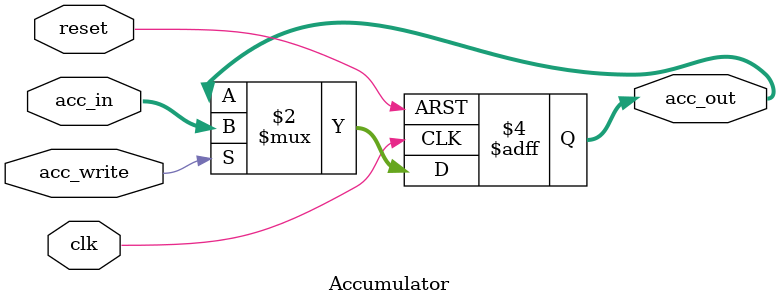
<source format=v>
module Accumulator (
  input wire clk,
  input wire reset,
  input wire acc_write,
  input wire [15:0] acc_in,
  output reg [15:0] acc_out
);
  always @(posedge clk or posedge reset) begin
    if (reset) begin
      acc_out <= 16'b0;
    end else if (acc_write) begin
      acc_out <= acc_in;
    end
  end
endmodule 
</source>
